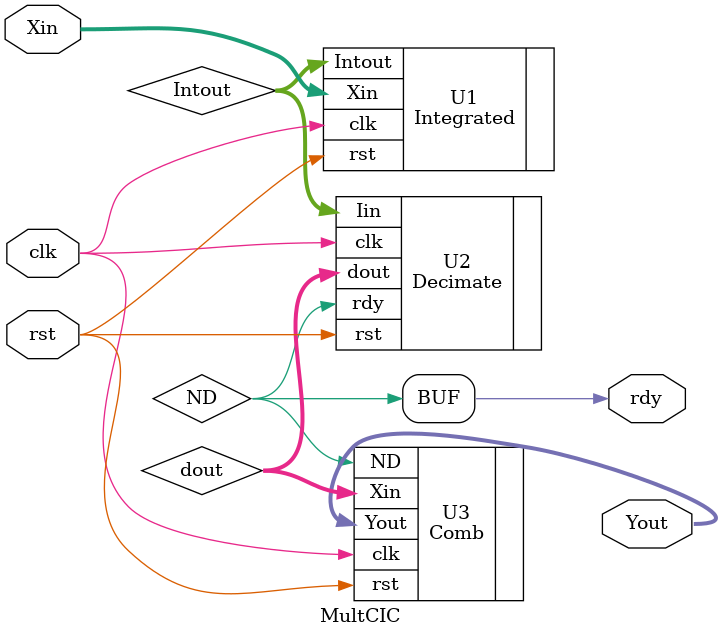
<source format=v>
module MultCIC (
	rst,clk,Xin,
	Yout,rdy);
	
	input		rst;   //复位信号，高电平有效
	input		clk;   //FPGA系统时钟，频率为2kHz
	input	  [9:0]	Xin;  //数据输入频率为2kHZ
	output  [16:0]	Yout; //滤波后的输出数据
	output rdy;    //数据有效指示信号
	
	wire ND;
	wire signed [36:0] Intout;
	wire signed [36:0] dout;
	//wire signed [36:0] yt;
	
	//实例化积分器模块
	Integrated U1 (
		.rst (rst),
		.clk (clk),
		.Xin (Xin),
		.Intout (Intout));	

	//实例化抽取模块
	Decimate U2 (
		.rst (rst),
		.clk (clk),
		.Iin (Intout),
		.dout (dout),
		.rdy (ND));	

	//实例化梳状模块
	Comb U3 (
		.rst (rst),
		.clk (clk),
		.ND (ND),
		.Xin (dout),
		.Yout (Yout));	

	assign rdy = ND;
	//assign Yout = yt[16:0];
	
endmodule

</source>
